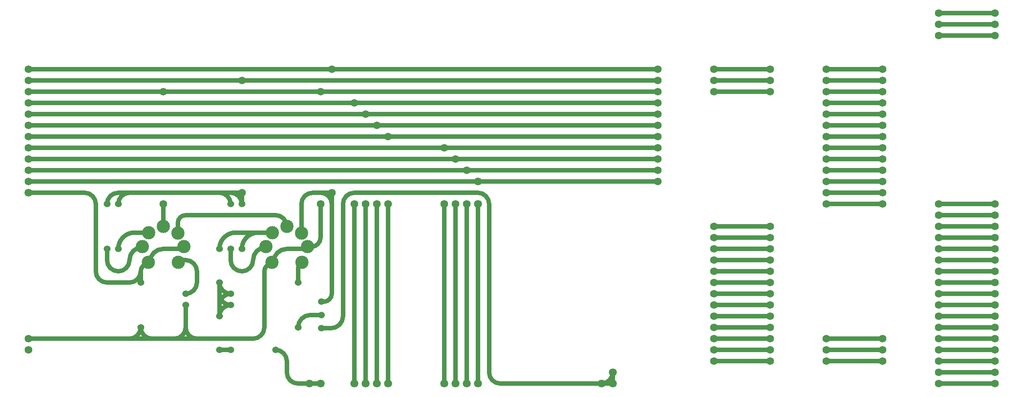
<source format=gbr>
G04 DesignSpark PCB Gerber Version 12.0 Build 5941*
G04 #@! TF.Part,Single*
G04 #@! TF.FileFunction,Copper,L2,Bot*
G04 #@! TF.FilePolarity,Positive*
%FSLAX35Y35*%
%MOIN*%
%ADD10C,0.03937*%
G04 #@! TA.AperFunction,WasherPad*
%ADD14C,0.06000*%
%ADD11C,0.06890*%
%ADD12C,0.07087*%
%ADD13C,0.11811*%
G04 #@! TD.AperFunction*
X0Y0D02*
D02*
D10*
X20250Y60250D02*
X110250D01*
X20250Y200250D02*
X410250D01*
X20250Y210250D02*
X410250D01*
X20250Y220250D02*
X400250D01*
X20250Y230250D02*
X390250D01*
X20250Y240250D02*
X340250D01*
X20250Y250250D02*
X330250D01*
X20250Y260250D02*
X320250D01*
X90250Y180250D02*
G75*
G02*
X100250Y190250I10000J0D01*
G01*
X110250D01*
X100250Y180250D02*
G75*
G02*
X110250Y190250I10000J0D01*
G01*
Y60250D02*
X130250D01*
X110250Y190250D02*
X190250D01*
X120250Y70250D02*
G75*
G03*
X130250Y60250I10000J0D01*
G01*
X120250Y70250D02*
G75*
G02*
X110250Y60250I-10000J0D01*
G01*
X120250Y120250D02*
G75*
G02*
X110250Y110250I-10000J0D01*
G01*
X90250D01*
G75*
G02*
X80250Y120250I0J10000D01*
G01*
Y180250D01*
G75*
G03*
X70250Y190250I-10000J0D01*
G01*
X20250D01*
X120250Y120250D02*
Y110250D01*
X121746Y142140D02*
Y141746D01*
G75*
G03*
X110250Y130250I0J-11496D01*
G01*
G75*
G02*
X100250Y120250I-10000J0D01*
G01*
G75*
G02*
X90250Y130250I0J10000D01*
G01*
Y140250D01*
X121746Y142140D02*
Y140250D01*
X126864Y128360D02*
Y126864D01*
G75*
G03*
X120250Y120250I0J-6614D01*
G01*
X126864Y128360D02*
X128360D01*
G75*
G02*
X140250Y140250I11890J0D01*
G01*
X156864D01*
X158754Y142140D01*
X127258Y154738D02*
X114738D01*
G75*
G03*
X100250Y140250I0J-14488D01*
G01*
X130250Y60250D02*
X150250D01*
X140250Y160250D02*
Y180250D01*
Y280250D02*
X20250D01*
X150250Y60250D02*
X170250D01*
X158754Y142140D02*
X162140D01*
X160250Y70250D02*
G75*
G03*
X170250Y60250I10000J0D01*
G01*
X160250Y70250D02*
G75*
G02*
X150250Y60250I-10000J0D01*
G01*
X160250Y90250D02*
Y70250D01*
Y100250D02*
G75*
G03*
X170250Y110250I0J10000D01*
G01*
Y120250D01*
G75*
G03*
X160250Y130250I-10000J0D01*
G01*
X155526D01*
X153636Y128360D01*
X190250Y80250D02*
Y90250D01*
Y100250D01*
Y110250D01*
Y190250D02*
X200250D01*
Y50250D02*
X190250D01*
X200250Y90250D02*
G75*
G03*
X190250Y80250I0J-10000D01*
G01*
X200250Y90250D02*
G75*
G02*
X190250Y100250I0J10000D01*
G01*
X200250D02*
G75*
G03*
X190250Y90250I0J-10000D01*
G01*
X200250Y100250D02*
G75*
G02*
X190250Y110250I0J10000D01*
G01*
X200250Y180250D02*
G75*
G03*
X190250Y190250I-10000J0D01*
G01*
X200250D02*
G75*
G02*
X210250Y180250I0J-10000D01*
G01*
Y190250D01*
X200250D01*
X210250Y290250D02*
X20250D01*
X231746Y142140D02*
Y141746D01*
G75*
G03*
X220250Y130250I0J-11496D01*
G01*
G75*
G02*
X210250Y120250I-10000J0D01*
G01*
G75*
G02*
X200250Y130250I0J10000D01*
G01*
Y140250D01*
X231746Y142140D02*
Y140250D01*
X236864Y128360D02*
Y126864D01*
G75*
G03*
X230250Y120250I0J-6614D01*
G01*
Y70250D01*
G75*
G02*
X220250Y60250I-10000J0D01*
G01*
X170250D01*
X236864Y128360D02*
X238360D01*
G75*
G02*
X250250Y140250I11890J0D01*
G01*
X266864D01*
X268754Y142140D01*
X237258Y154738D02*
X204738D01*
G75*
G03*
X190250Y140250I0J-14488D01*
G01*
X237258Y154738D02*
X224738D01*
G75*
G03*
X210250Y140250I0J-14488D01*
G01*
X240250Y50250D02*
G75*
G02*
X250250Y40250I0J-10000D01*
G01*
Y30250D01*
G75*
G03*
X260250Y20250I10000J0D01*
G01*
X270250D01*
X250250Y160250D02*
G75*
G03*
X240250Y170250I-10000J0D01*
G01*
X160250D01*
G75*
G03*
X153242Y163242I0J-7008D01*
G01*
Y154344D01*
X263242D02*
Y180250D01*
G75*
G02*
X273242Y190250I10000J0D01*
G01*
X280250D01*
X263636Y128360D02*
Y126864D01*
X260250Y123478D01*
Y110250D01*
X268754Y142140D02*
X272140D01*
G75*
G03*
X280250Y150250I0J8110D01*
G01*
Y180250D01*
Y20250D02*
X270250D01*
X280250Y190250D02*
G75*
G02*
X290250Y180250I0J-10000D01*
G01*
X280250Y190250D02*
X290250D01*
X280250Y280250D02*
X580250D01*
X280250D02*
X140250D01*
X281195Y69541D02*
X289541D01*
G75*
G03*
X300250Y80250I0J10709D01*
G01*
Y130250D01*
X281195Y81352D02*
X271352D01*
G75*
G03*
X260250Y70250I0J-11102D01*
G01*
X281195Y93163D02*
X283163D01*
G75*
G03*
X290250Y100250I0J7087D01*
G01*
Y180250D01*
Y190250D01*
Y300250D02*
X580250D01*
X290250D02*
X20250D01*
X310250Y180250D02*
Y20250D01*
Y270250D02*
X580250D01*
X310250D02*
X20250D01*
X320250Y20250D02*
Y180250D01*
X330250D02*
Y20250D01*
Y250250D02*
X580250D01*
X340250Y20250D02*
Y180250D01*
X390250Y20250D02*
Y180250D01*
Y230250D02*
X580250D01*
X400250Y180250D02*
Y20250D01*
X410250D02*
Y180250D01*
Y210250D02*
X580250D01*
X420250Y180250D02*
Y20250D01*
Y200250D02*
X580250D01*
X420250D02*
X410250D01*
X530250Y20250D02*
X440250D01*
G75*
G02*
X430250Y30250I0J10000D01*
G01*
Y180250D01*
G75*
G03*
X420250Y190250I-10000J0D01*
G01*
X310250D01*
G75*
G03*
X300250Y180250I0J-10000D01*
G01*
Y130250D01*
X530250Y20250D02*
X540250D01*
Y30250D02*
Y20250D01*
Y30250D02*
G75*
G02*
X530250Y20250I-10000J0D01*
G01*
X580250Y220250D02*
X400250D01*
X580250Y240250D02*
X340250D01*
X580250Y260250D02*
X320250D01*
X580250Y290250D02*
X210250D01*
X630250Y40250D02*
X680250D01*
X630250Y60250D02*
X680250D01*
X630250Y80250D02*
X680250D01*
X630250Y100250D02*
X680250D01*
X630250Y120250D02*
X680250D01*
X630250Y140250D02*
X680250D01*
X630250Y160250D02*
X680250D01*
X630250Y280250D02*
X680250D01*
X630250Y300250D02*
X680250D01*
Y50250D02*
X630250D01*
X680250Y70250D02*
X630250D01*
X680250Y90250D02*
X630250D01*
X680250Y110250D02*
X630250D01*
X680250Y130250D02*
X630250D01*
X680250Y150250D02*
X630250D01*
X680250Y290250D02*
X630250D01*
X730250Y50250D02*
X780250D01*
X730250Y190250D02*
X780250D01*
X730250Y210250D02*
X780250D01*
X730250Y230250D02*
X780250D01*
X730250Y250250D02*
X780250D01*
X730250Y270250D02*
X780250D01*
X730250Y290250D02*
X780250D01*
Y40250D02*
X730250D01*
X780250Y60250D02*
X730250D01*
X780250Y180250D02*
X730250D01*
X780250Y200250D02*
X730250D01*
X780250Y220250D02*
X730250D01*
X780250Y240250D02*
X730250D01*
X780250Y260250D02*
X730250D01*
X780250Y280250D02*
X730250D01*
X780250Y300250D02*
X730250D01*
X830250Y20250D02*
X880250D01*
X830250Y40250D02*
X880250D01*
X830250Y60250D02*
X880250D01*
X830250Y80250D02*
X880250D01*
X830250Y100250D02*
X880250D01*
X830250Y120250D02*
X880250D01*
X830250Y140250D02*
X880250D01*
X830250Y160250D02*
X880250D01*
X830250Y180250D02*
X880250D01*
X830250Y330250D02*
X880250D01*
X830250Y350250D02*
X880250D01*
Y30250D02*
X830250D01*
X880250Y50250D02*
X830250D01*
X880250Y70250D02*
X830250D01*
X880250Y90250D02*
X830250D01*
X880250Y110250D02*
X830250D01*
X880250Y130250D02*
X830250D01*
X880250Y150250D02*
X830250D01*
X880250Y170250D02*
X830250D01*
X880250Y340250D02*
X830250D01*
D02*
D11*
X20250Y50250D03*
D03*
Y60250D03*
D03*
Y200250D03*
Y210250D03*
Y220250D03*
Y230250D03*
Y240250D03*
Y250250D03*
Y260250D03*
Y270250D03*
Y280250D03*
Y290250D03*
Y300250D03*
X140250Y180250D03*
Y280250D03*
X210250Y190250D03*
Y290250D03*
X280250Y180250D03*
Y280250D03*
X290250Y190250D03*
Y300250D03*
X310250Y180250D03*
Y270250D03*
X320250Y180250D03*
Y260250D03*
X330250Y180250D03*
Y250250D03*
X340250Y180250D03*
Y240250D03*
X390250Y180250D03*
Y230250D03*
X400250Y180250D03*
Y220250D03*
X410250Y180250D03*
Y210250D03*
X580250Y200250D03*
Y210250D03*
Y220250D03*
Y230250D03*
Y240250D03*
Y250250D03*
Y260250D03*
Y270250D03*
Y280250D03*
Y290250D03*
Y300250D03*
X630250Y40250D03*
Y50250D03*
Y60250D03*
Y70250D03*
Y80250D03*
Y90250D03*
Y100250D03*
Y110250D03*
Y120250D03*
Y130250D03*
Y140250D03*
Y150250D03*
Y160250D03*
Y280250D03*
Y290250D03*
Y300250D03*
X680250Y40250D03*
Y50250D03*
Y60250D03*
Y70250D03*
Y80250D03*
Y90250D03*
Y100250D03*
Y110250D03*
Y120250D03*
Y130250D03*
Y140250D03*
Y150250D03*
Y160250D03*
Y280250D03*
Y290250D03*
Y300250D03*
X730250Y40250D03*
Y50250D03*
Y60250D03*
Y180250D03*
Y190250D03*
Y200250D03*
Y210250D03*
Y220250D03*
Y230250D03*
Y240250D03*
Y250250D03*
Y260250D03*
Y270250D03*
Y280250D03*
Y290250D03*
Y300250D03*
X780250Y40250D03*
Y50250D03*
Y60250D03*
Y180250D03*
Y190250D03*
Y200250D03*
Y210250D03*
Y220250D03*
Y230250D03*
Y240250D03*
Y250250D03*
Y260250D03*
Y270250D03*
Y280250D03*
Y290250D03*
Y300250D03*
X830250Y20250D03*
Y30250D03*
Y40250D03*
Y50250D03*
Y60250D03*
Y70250D03*
Y80250D03*
Y90250D03*
Y100250D03*
Y110250D03*
Y120250D03*
Y130250D03*
Y140250D03*
Y150250D03*
Y160250D03*
Y170250D03*
Y180250D03*
Y330250D03*
Y340250D03*
Y350250D03*
X880250Y20250D03*
Y30250D03*
Y40250D03*
Y50250D03*
Y60250D03*
Y70250D03*
Y80250D03*
Y90250D03*
Y100250D03*
Y110250D03*
Y120250D03*
Y130250D03*
Y140250D03*
Y150250D03*
Y160250D03*
Y170250D03*
Y180250D03*
Y330250D03*
Y340250D03*
Y350250D03*
D02*
D12*
X20250Y190250D03*
X270250Y20250D03*
X280250D03*
X310250D03*
X320250D03*
X330250D03*
X340250D03*
X390250D03*
X400250D03*
X410250D03*
X420250D03*
Y180250D03*
Y200250D03*
X530250Y20250D03*
X540250D03*
Y30250D03*
D02*
D13*
X121746Y142140D03*
X126864Y128360D03*
X127258Y154738D03*
X140250Y160250D03*
X153242Y154344D03*
X153636Y128360D03*
X158754Y142140D03*
X231746D03*
X236864Y128360D03*
X237258Y154738D03*
X250250Y160250D03*
X263242Y154344D03*
X263636Y128360D03*
X268754Y142140D03*
D02*
D14*
X90250Y140250D03*
Y180250D03*
X100250Y140250D03*
Y180250D03*
X120250Y70250D03*
Y110250D03*
X160250Y90250D03*
Y100250D03*
X190250Y50250D03*
Y80250D03*
Y110250D03*
Y140250D03*
X200250Y50250D03*
Y90250D03*
Y100250D03*
Y140250D03*
Y180250D03*
X210250Y140250D03*
Y180250D03*
X240250Y50250D03*
X260250Y70250D03*
Y110250D03*
X281195Y69541D03*
Y81352D03*
Y93163D03*
X0Y0D02*
M02*

</source>
